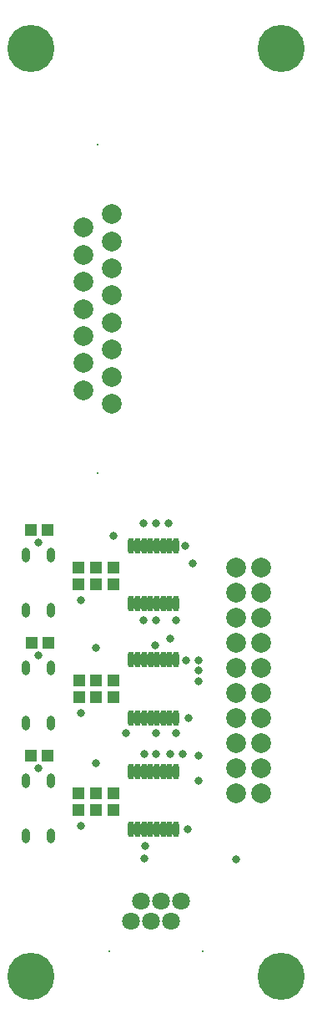
<source format=gts>
G04*
G04 #@! TF.GenerationSoftware,Altium Limited,Altium Designer,22.6.1 (34)*
G04*
G04 Layer_Color=8388736*
%FSLAX23Y23*%
%MOIN*%
G70*
G04*
G04 #@! TF.SameCoordinates,B6A25038-3202-4191-8880-7B975E66899D*
G04*
G04*
G04 #@! TF.FilePolarity,Negative*
G04*
G01*
G75*
%ADD19O,0.026X0.063*%
%ADD20R,0.047X0.051*%
%ADD21R,0.051X0.047*%
%ADD22O,0.032X0.059*%
%ADD23C,0.079*%
%ADD24C,0.071*%
%ADD25C,0.008*%
%ADD26C,0.188*%
%ADD27C,0.032*%
D19*
X1520Y1764D02*
D03*
X1546D02*
D03*
X1572D02*
D03*
X1597D02*
D03*
X1623D02*
D03*
X1648D02*
D03*
X1674D02*
D03*
X1700D02*
D03*
X1520Y1996D02*
D03*
X1546D02*
D03*
X1572D02*
D03*
X1597D02*
D03*
X1623D02*
D03*
X1648D02*
D03*
X1674D02*
D03*
X1700D02*
D03*
X1521Y2210D02*
D03*
X1546D02*
D03*
X1572D02*
D03*
X1598D02*
D03*
X1623D02*
D03*
X1649D02*
D03*
X1674D02*
D03*
X1700D02*
D03*
X1521Y2442D02*
D03*
X1546D02*
D03*
X1572D02*
D03*
X1598D02*
D03*
X1623D02*
D03*
X1649D02*
D03*
X1674D02*
D03*
X1700D02*
D03*
X1700Y2896D02*
D03*
X1674D02*
D03*
X1648D02*
D03*
X1623D02*
D03*
X1597D02*
D03*
X1572D02*
D03*
X1546D02*
D03*
X1520D02*
D03*
X1700Y2664D02*
D03*
X1674D02*
D03*
X1648D02*
D03*
X1623D02*
D03*
X1597D02*
D03*
X1572D02*
D03*
X1546D02*
D03*
X1520D02*
D03*
D20*
X1310Y1843D02*
D03*
Y1910D02*
D03*
X1380Y1843D02*
D03*
Y1910D02*
D03*
X1450Y1843D02*
D03*
Y1910D02*
D03*
X1380Y2360D02*
D03*
Y2293D02*
D03*
X1450Y2360D02*
D03*
Y2293D02*
D03*
Y2810D02*
D03*
Y2743D02*
D03*
X1380Y2810D02*
D03*
Y2743D02*
D03*
X1310Y2810D02*
D03*
Y2743D02*
D03*
X1312Y2360D02*
D03*
Y2293D02*
D03*
D21*
X1187Y2060D02*
D03*
X1120D02*
D03*
X1187Y2960D02*
D03*
X1120D02*
D03*
X1123Y2510D02*
D03*
X1190D02*
D03*
D22*
X1100Y1740D02*
D03*
X1200D02*
D03*
X1100Y1960D02*
D03*
X1200D02*
D03*
X1100Y2640D02*
D03*
X1200D02*
D03*
X1100Y2860D02*
D03*
X1200D02*
D03*
Y2410D02*
D03*
X1100D02*
D03*
X1200Y2190D02*
D03*
X1100D02*
D03*
D23*
X2040Y2810D02*
D03*
Y2710D02*
D03*
Y2610D02*
D03*
Y2510D02*
D03*
Y2110D02*
D03*
Y2210D02*
D03*
Y2310D02*
D03*
Y2410D02*
D03*
X1940D02*
D03*
Y2310D02*
D03*
Y2210D02*
D03*
Y2110D02*
D03*
Y2510D02*
D03*
Y2610D02*
D03*
Y2710D02*
D03*
Y2810D02*
D03*
Y1910D02*
D03*
Y2010D02*
D03*
X2040D02*
D03*
Y1910D02*
D03*
X1330Y3516D02*
D03*
Y3624D02*
D03*
Y3732D02*
D03*
Y3840D02*
D03*
Y3948D02*
D03*
Y4056D02*
D03*
Y4164D02*
D03*
X1442Y4218D02*
D03*
Y4110D02*
D03*
Y4002D02*
D03*
Y3894D02*
D03*
Y3786D02*
D03*
Y3678D02*
D03*
Y3570D02*
D03*
Y3462D02*
D03*
D24*
X1520Y1400D02*
D03*
X1600D02*
D03*
X1680D02*
D03*
X1560Y1480D02*
D03*
X1640D02*
D03*
X1720D02*
D03*
D25*
X1433Y1280D02*
D03*
X1807D02*
D03*
X1386Y4496D02*
D03*
Y3184D02*
D03*
D26*
X1120Y1180D02*
D03*
X2120D02*
D03*
Y4880D02*
D03*
X1120D02*
D03*
D27*
X1573Y2065D02*
D03*
X1620D02*
D03*
X1746Y1767D02*
D03*
X1790Y2440D02*
D03*
X1573Y1650D02*
D03*
X1320Y1780D02*
D03*
Y2230D02*
D03*
Y2680D02*
D03*
X1670Y2985D02*
D03*
X1620Y2985D02*
D03*
X1380Y2030D02*
D03*
X1500Y2150D02*
D03*
X1380Y2490D02*
D03*
X1725Y2065D02*
D03*
X1790Y1960D02*
D03*
Y2060D02*
D03*
X1750Y2210D02*
D03*
X1765Y2825D02*
D03*
X1570Y2985D02*
D03*
X1940Y1645D02*
D03*
X1675Y2065D02*
D03*
X1571Y2600D02*
D03*
X1575Y1700D02*
D03*
X1700Y2600D02*
D03*
Y2150D02*
D03*
X1450Y2935D02*
D03*
X1790Y2355D02*
D03*
Y2400D02*
D03*
X1615Y2500D02*
D03*
X1621Y2150D02*
D03*
X1675Y2525D02*
D03*
X1620Y2600D02*
D03*
X1737Y2897D02*
D03*
X1740Y2440D02*
D03*
X1150Y2010D02*
D03*
Y2910D02*
D03*
Y2460D02*
D03*
M02*

</source>
